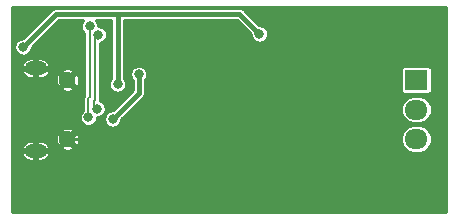
<source format=gbr>
G04 #@! TF.GenerationSoftware,KiCad,Pcbnew,(5.1.4-7-g8dd734fbd)*
G04 #@! TF.CreationDate,2019-09-01T10:21:26+03:00*
G04 #@! TF.ProjectId,usb1wireadapter,75736231-7769-4726-9561-646170746572,rev?*
G04 #@! TF.SameCoordinates,Original*
G04 #@! TF.FileFunction,Copper,L2,Bot*
G04 #@! TF.FilePolarity,Positive*
%FSLAX46Y46*%
G04 Gerber Fmt 4.6, Leading zero omitted, Abs format (unit mm)*
G04 Created by KiCad (PCBNEW (5.1.4-7-g8dd734fbd)) date 2019-09-01 10:21:26*
%MOMM*%
%LPD*%
G04 APERTURE LIST*
%ADD10C,1.450000*%
%ADD11O,1.900000X1.200000*%
%ADD12R,1.950000X1.700000*%
%ADD13O,1.950000X1.700000*%
%ADD14C,0.800000*%
%ADD15C,0.400000*%
%ADD16C,0.250000*%
%ADD17C,0.200000*%
%ADD18C,0.254000*%
G04 APERTURE END LIST*
D10*
X98362500Y-68600000D03*
X98362500Y-73600000D03*
D11*
X95662500Y-67600000D03*
X95662500Y-74600000D03*
D12*
X127900000Y-68600000D03*
D13*
X127900000Y-71100000D03*
X127900000Y-73600000D03*
D14*
X102600000Y-68950000D03*
X114599992Y-64700000D03*
X94600000Y-65800000D03*
X103900000Y-72200000D03*
X108700000Y-66700000D03*
X123000000Y-65800000D03*
X94600000Y-64200000D03*
X106200000Y-64100000D03*
X104400000Y-68100000D03*
X102200000Y-71900000D03*
X100228768Y-64028768D03*
X100128768Y-71771232D03*
X100971232Y-64771232D03*
X100871232Y-71028768D03*
D15*
X97400000Y-63000000D02*
X94600000Y-65800000D01*
X102600000Y-68950000D02*
X102600000Y-63000000D01*
X102600000Y-63000000D02*
X97400000Y-63000000D01*
X112899992Y-63000000D02*
X114599992Y-64700000D01*
X102600000Y-63000000D02*
X112899992Y-63000000D01*
D16*
X108700000Y-66700000D02*
X108700000Y-73600000D01*
X98362500Y-73600000D02*
X103900000Y-73600000D01*
X103900000Y-73600000D02*
X103900000Y-72200000D01*
X103900000Y-73600000D02*
X108700000Y-73600000D01*
X115200000Y-73600000D02*
X123000000Y-65800000D01*
X108700000Y-73600000D02*
X115200000Y-73600000D01*
X108700000Y-65100000D02*
X108700000Y-66700000D01*
X107700000Y-64100000D02*
X106200000Y-64100000D01*
X108700000Y-65100000D02*
X107700000Y-64100000D01*
D15*
X104400000Y-69700000D02*
X102200000Y-71900000D01*
X104400000Y-68100000D02*
X104400000Y-69700000D01*
D17*
X100128768Y-70164473D02*
X100128768Y-71771232D01*
X100228768Y-70064473D02*
X100128768Y-70164473D01*
X100228768Y-64028768D02*
X100228768Y-70064473D01*
X100678768Y-65063696D02*
X100678768Y-70250873D01*
X100971232Y-64771232D02*
X100678768Y-65063696D01*
X100678768Y-70250873D02*
X100578768Y-70350873D01*
X100578768Y-70350873D02*
X100578768Y-70736304D01*
X100578768Y-70736304D02*
X100871232Y-71028768D01*
D18*
G36*
X130398001Y-79798000D02*
G01*
X93702000Y-79798000D01*
X93702000Y-74857546D01*
X94498260Y-74857546D01*
X94531868Y-74968860D01*
X94618829Y-75114066D01*
X94732447Y-75239517D01*
X94868356Y-75340392D01*
X95021333Y-75412814D01*
X95185500Y-75454000D01*
X95535500Y-75454000D01*
X95535500Y-74727000D01*
X95789500Y-74727000D01*
X95789500Y-75454000D01*
X96139500Y-75454000D01*
X96303667Y-75412814D01*
X96456644Y-75340392D01*
X96592553Y-75239517D01*
X96706171Y-75114066D01*
X96793132Y-74968860D01*
X96826740Y-74857546D01*
X96792732Y-74727000D01*
X95789500Y-74727000D01*
X95535500Y-74727000D01*
X94532268Y-74727000D01*
X94498260Y-74857546D01*
X93702000Y-74857546D01*
X93702000Y-74342454D01*
X94498260Y-74342454D01*
X94532268Y-74473000D01*
X95535500Y-74473000D01*
X95535500Y-73746000D01*
X95789500Y-73746000D01*
X95789500Y-74473000D01*
X96792732Y-74473000D01*
X96826740Y-74342454D01*
X96824273Y-74334282D01*
X97807824Y-74334282D01*
X97891858Y-74463849D01*
X98069429Y-74539068D01*
X98258263Y-74578200D01*
X98451103Y-74579739D01*
X98640538Y-74543628D01*
X98819288Y-74471253D01*
X98833142Y-74463849D01*
X98917176Y-74334282D01*
X98362500Y-73779605D01*
X97807824Y-74334282D01*
X96824273Y-74334282D01*
X96793132Y-74231140D01*
X96706171Y-74085934D01*
X96592553Y-73960483D01*
X96456644Y-73859608D01*
X96303667Y-73787186D01*
X96139500Y-73746000D01*
X95789500Y-73746000D01*
X95535500Y-73746000D01*
X95185500Y-73746000D01*
X95021333Y-73787186D01*
X94868356Y-73859608D01*
X94732447Y-73960483D01*
X94618829Y-74085934D01*
X94531868Y-74231140D01*
X94498260Y-74342454D01*
X93702000Y-74342454D01*
X93702000Y-73688603D01*
X97382761Y-73688603D01*
X97418872Y-73878038D01*
X97491247Y-74056788D01*
X97498651Y-74070642D01*
X97628218Y-74154676D01*
X98182895Y-73600000D01*
X98542105Y-73600000D01*
X99096782Y-74154676D01*
X99226349Y-74070642D01*
X99301568Y-73893071D01*
X99340700Y-73704237D01*
X99341531Y-73600000D01*
X126592306Y-73600000D01*
X126615031Y-73830732D01*
X126682333Y-74052597D01*
X126791626Y-74257070D01*
X126938709Y-74436291D01*
X127117930Y-74583374D01*
X127322403Y-74692667D01*
X127544268Y-74759969D01*
X127717188Y-74777000D01*
X128082812Y-74777000D01*
X128255732Y-74759969D01*
X128477597Y-74692667D01*
X128682070Y-74583374D01*
X128861291Y-74436291D01*
X129008374Y-74257070D01*
X129117667Y-74052597D01*
X129184969Y-73830732D01*
X129207694Y-73600000D01*
X129184969Y-73369268D01*
X129117667Y-73147403D01*
X129008374Y-72942930D01*
X128861291Y-72763709D01*
X128682070Y-72616626D01*
X128477597Y-72507333D01*
X128255732Y-72440031D01*
X128082812Y-72423000D01*
X127717188Y-72423000D01*
X127544268Y-72440031D01*
X127322403Y-72507333D01*
X127117930Y-72616626D01*
X126938709Y-72763709D01*
X126791626Y-72942930D01*
X126682333Y-73147403D01*
X126615031Y-73369268D01*
X126592306Y-73600000D01*
X99341531Y-73600000D01*
X99342239Y-73511397D01*
X99306128Y-73321962D01*
X99233753Y-73143212D01*
X99226349Y-73129358D01*
X99096782Y-73045324D01*
X98542105Y-73600000D01*
X98182895Y-73600000D01*
X97628218Y-73045324D01*
X97498651Y-73129358D01*
X97423432Y-73306929D01*
X97384300Y-73495763D01*
X97382761Y-73688603D01*
X93702000Y-73688603D01*
X93702000Y-72865718D01*
X97807824Y-72865718D01*
X98362500Y-73420395D01*
X98917176Y-72865718D01*
X98833142Y-72736151D01*
X98655571Y-72660932D01*
X98466737Y-72621800D01*
X98273897Y-72620261D01*
X98084462Y-72656372D01*
X97905712Y-72728747D01*
X97891858Y-72736151D01*
X97807824Y-72865718D01*
X93702000Y-72865718D01*
X93702000Y-69334282D01*
X97807824Y-69334282D01*
X97891858Y-69463849D01*
X98069429Y-69539068D01*
X98258263Y-69578200D01*
X98451103Y-69579739D01*
X98640538Y-69543628D01*
X98819288Y-69471253D01*
X98833142Y-69463849D01*
X98917176Y-69334282D01*
X98362500Y-68779605D01*
X97807824Y-69334282D01*
X93702000Y-69334282D01*
X93702000Y-68688603D01*
X97382761Y-68688603D01*
X97418872Y-68878038D01*
X97491247Y-69056788D01*
X97498651Y-69070642D01*
X97628218Y-69154676D01*
X98182895Y-68600000D01*
X98542105Y-68600000D01*
X99096782Y-69154676D01*
X99226349Y-69070642D01*
X99301568Y-68893071D01*
X99340700Y-68704237D01*
X99342239Y-68511397D01*
X99306128Y-68321962D01*
X99233753Y-68143212D01*
X99226349Y-68129358D01*
X99096782Y-68045324D01*
X98542105Y-68600000D01*
X98182895Y-68600000D01*
X97628218Y-68045324D01*
X97498651Y-68129358D01*
X97423432Y-68306929D01*
X97384300Y-68495763D01*
X97382761Y-68688603D01*
X93702000Y-68688603D01*
X93702000Y-67857546D01*
X94498260Y-67857546D01*
X94531868Y-67968860D01*
X94618829Y-68114066D01*
X94732447Y-68239517D01*
X94868356Y-68340392D01*
X95021333Y-68412814D01*
X95185500Y-68454000D01*
X95535500Y-68454000D01*
X95535500Y-67727000D01*
X95789500Y-67727000D01*
X95789500Y-68454000D01*
X96139500Y-68454000D01*
X96303667Y-68412814D01*
X96456644Y-68340392D01*
X96592553Y-68239517D01*
X96706171Y-68114066D01*
X96793132Y-67968860D01*
X96824272Y-67865718D01*
X97807824Y-67865718D01*
X98362500Y-68420395D01*
X98917176Y-67865718D01*
X98833142Y-67736151D01*
X98655571Y-67660932D01*
X98466737Y-67621800D01*
X98273897Y-67620261D01*
X98084462Y-67656372D01*
X97905712Y-67728747D01*
X97891858Y-67736151D01*
X97807824Y-67865718D01*
X96824272Y-67865718D01*
X96826740Y-67857546D01*
X96792732Y-67727000D01*
X95789500Y-67727000D01*
X95535500Y-67727000D01*
X94532268Y-67727000D01*
X94498260Y-67857546D01*
X93702000Y-67857546D01*
X93702000Y-67342454D01*
X94498260Y-67342454D01*
X94532268Y-67473000D01*
X95535500Y-67473000D01*
X95535500Y-66746000D01*
X95789500Y-66746000D01*
X95789500Y-67473000D01*
X96792732Y-67473000D01*
X96826740Y-67342454D01*
X96793132Y-67231140D01*
X96706171Y-67085934D01*
X96592553Y-66960483D01*
X96456644Y-66859608D01*
X96303667Y-66787186D01*
X96139500Y-66746000D01*
X95789500Y-66746000D01*
X95535500Y-66746000D01*
X95185500Y-66746000D01*
X95021333Y-66787186D01*
X94868356Y-66859608D01*
X94732447Y-66960483D01*
X94618829Y-67085934D01*
X94531868Y-67231140D01*
X94498260Y-67342454D01*
X93702000Y-67342454D01*
X93702000Y-65728397D01*
X93873000Y-65728397D01*
X93873000Y-65871603D01*
X93900938Y-66012058D01*
X93955741Y-66144364D01*
X94035302Y-66263436D01*
X94136564Y-66364698D01*
X94255636Y-66444259D01*
X94387942Y-66499062D01*
X94528397Y-66527000D01*
X94671603Y-66527000D01*
X94812058Y-66499062D01*
X94944364Y-66444259D01*
X95063436Y-66364698D01*
X95164698Y-66263436D01*
X95244259Y-66144364D01*
X95299062Y-66012058D01*
X95327000Y-65871603D01*
X95327000Y-65818289D01*
X97618290Y-63527000D01*
X99702402Y-63527000D01*
X99664070Y-63565332D01*
X99584509Y-63684404D01*
X99529706Y-63816710D01*
X99501768Y-63957165D01*
X99501768Y-64100371D01*
X99529706Y-64240826D01*
X99584509Y-64373132D01*
X99664070Y-64492204D01*
X99765332Y-64593466D01*
X99801768Y-64617812D01*
X99801769Y-69889839D01*
X99772013Y-69926097D01*
X99760585Y-69947478D01*
X99732363Y-70000278D01*
X99707946Y-70080767D01*
X99701768Y-70143496D01*
X99701768Y-70143506D01*
X99699703Y-70164473D01*
X99701768Y-70185440D01*
X99701769Y-71182188D01*
X99665332Y-71206534D01*
X99564070Y-71307796D01*
X99484509Y-71426868D01*
X99429706Y-71559174D01*
X99401768Y-71699629D01*
X99401768Y-71842835D01*
X99429706Y-71983290D01*
X99484509Y-72115596D01*
X99564070Y-72234668D01*
X99665332Y-72335930D01*
X99784404Y-72415491D01*
X99916710Y-72470294D01*
X100057165Y-72498232D01*
X100200371Y-72498232D01*
X100340826Y-72470294D01*
X100473132Y-72415491D01*
X100592204Y-72335930D01*
X100693466Y-72234668D01*
X100773027Y-72115596D01*
X100827830Y-71983290D01*
X100855768Y-71842835D01*
X100855768Y-71828397D01*
X101473000Y-71828397D01*
X101473000Y-71971603D01*
X101500938Y-72112058D01*
X101555741Y-72244364D01*
X101635302Y-72363436D01*
X101736564Y-72464698D01*
X101855636Y-72544259D01*
X101987942Y-72599062D01*
X102128397Y-72627000D01*
X102271603Y-72627000D01*
X102412058Y-72599062D01*
X102544364Y-72544259D01*
X102663436Y-72464698D01*
X102764698Y-72363436D01*
X102844259Y-72244364D01*
X102899062Y-72112058D01*
X102927000Y-71971603D01*
X102927000Y-71918289D01*
X103745289Y-71100000D01*
X126592306Y-71100000D01*
X126615031Y-71330732D01*
X126682333Y-71552597D01*
X126791626Y-71757070D01*
X126938709Y-71936291D01*
X127117930Y-72083374D01*
X127322403Y-72192667D01*
X127544268Y-72259969D01*
X127717188Y-72277000D01*
X128082812Y-72277000D01*
X128255732Y-72259969D01*
X128477597Y-72192667D01*
X128682070Y-72083374D01*
X128861291Y-71936291D01*
X129008374Y-71757070D01*
X129117667Y-71552597D01*
X129184969Y-71330732D01*
X129207694Y-71100000D01*
X129184969Y-70869268D01*
X129117667Y-70647403D01*
X129008374Y-70442930D01*
X128861291Y-70263709D01*
X128682070Y-70116626D01*
X128477597Y-70007333D01*
X128255732Y-69940031D01*
X128082812Y-69923000D01*
X127717188Y-69923000D01*
X127544268Y-69940031D01*
X127322403Y-70007333D01*
X127117930Y-70116626D01*
X126938709Y-70263709D01*
X126791626Y-70442930D01*
X126682333Y-70647403D01*
X126615031Y-70869268D01*
X126592306Y-71100000D01*
X103745289Y-71100000D01*
X104754344Y-70090946D01*
X104774448Y-70074448D01*
X104840304Y-69994202D01*
X104889239Y-69902650D01*
X104919374Y-69803310D01*
X104927000Y-69725881D01*
X104929549Y-69700000D01*
X104927000Y-69674119D01*
X104927000Y-68601134D01*
X104964698Y-68563436D01*
X105044259Y-68444364D01*
X105099062Y-68312058D01*
X105127000Y-68171603D01*
X105127000Y-68028397D01*
X105099062Y-67887942D01*
X105044259Y-67755636D01*
X105040494Y-67750000D01*
X126596418Y-67750000D01*
X126596418Y-69450000D01*
X126602732Y-69514103D01*
X126621430Y-69575743D01*
X126651794Y-69632550D01*
X126692657Y-69682343D01*
X126742450Y-69723206D01*
X126799257Y-69753570D01*
X126860897Y-69772268D01*
X126925000Y-69778582D01*
X128875000Y-69778582D01*
X128939103Y-69772268D01*
X129000743Y-69753570D01*
X129057550Y-69723206D01*
X129107343Y-69682343D01*
X129148206Y-69632550D01*
X129178570Y-69575743D01*
X129197268Y-69514103D01*
X129203582Y-69450000D01*
X129203582Y-67750000D01*
X129197268Y-67685897D01*
X129178570Y-67624257D01*
X129148206Y-67567450D01*
X129107343Y-67517657D01*
X129057550Y-67476794D01*
X129000743Y-67446430D01*
X128939103Y-67427732D01*
X128875000Y-67421418D01*
X126925000Y-67421418D01*
X126860897Y-67427732D01*
X126799257Y-67446430D01*
X126742450Y-67476794D01*
X126692657Y-67517657D01*
X126651794Y-67567450D01*
X126621430Y-67624257D01*
X126602732Y-67685897D01*
X126596418Y-67750000D01*
X105040494Y-67750000D01*
X104964698Y-67636564D01*
X104863436Y-67535302D01*
X104744364Y-67455741D01*
X104612058Y-67400938D01*
X104471603Y-67373000D01*
X104328397Y-67373000D01*
X104187942Y-67400938D01*
X104055636Y-67455741D01*
X103936564Y-67535302D01*
X103835302Y-67636564D01*
X103755741Y-67755636D01*
X103700938Y-67887942D01*
X103673000Y-68028397D01*
X103673000Y-68171603D01*
X103700938Y-68312058D01*
X103755741Y-68444364D01*
X103835302Y-68563436D01*
X103873000Y-68601134D01*
X103873001Y-69481708D01*
X102181711Y-71173000D01*
X102128397Y-71173000D01*
X101987942Y-71200938D01*
X101855636Y-71255741D01*
X101736564Y-71335302D01*
X101635302Y-71436564D01*
X101555741Y-71555636D01*
X101500938Y-71687942D01*
X101473000Y-71828397D01*
X100855768Y-71828397D01*
X100855768Y-71755768D01*
X100942835Y-71755768D01*
X101083290Y-71727830D01*
X101215596Y-71673027D01*
X101334668Y-71593466D01*
X101435930Y-71492204D01*
X101515491Y-71373132D01*
X101570294Y-71240826D01*
X101598232Y-71100371D01*
X101598232Y-70957165D01*
X101570294Y-70816710D01*
X101515491Y-70684404D01*
X101435930Y-70565332D01*
X101334668Y-70464070D01*
X101215596Y-70384509D01*
X101099084Y-70336248D01*
X101099590Y-70334580D01*
X101105768Y-70271851D01*
X101105768Y-70271839D01*
X101107833Y-70250874D01*
X101105768Y-70229909D01*
X101105768Y-65485714D01*
X101183290Y-65470294D01*
X101315596Y-65415491D01*
X101434668Y-65335930D01*
X101535930Y-65234668D01*
X101615491Y-65115596D01*
X101670294Y-64983290D01*
X101698232Y-64842835D01*
X101698232Y-64699629D01*
X101670294Y-64559174D01*
X101615491Y-64426868D01*
X101535930Y-64307796D01*
X101434668Y-64206534D01*
X101315596Y-64126973D01*
X101183290Y-64072170D01*
X101042835Y-64044232D01*
X100955768Y-64044232D01*
X100955768Y-63957165D01*
X100927830Y-63816710D01*
X100873027Y-63684404D01*
X100793466Y-63565332D01*
X100755134Y-63527000D01*
X102073001Y-63527000D01*
X102073000Y-68448866D01*
X102035302Y-68486564D01*
X101955741Y-68605636D01*
X101900938Y-68737942D01*
X101873000Y-68878397D01*
X101873000Y-69021603D01*
X101900938Y-69162058D01*
X101955741Y-69294364D01*
X102035302Y-69413436D01*
X102136564Y-69514698D01*
X102255636Y-69594259D01*
X102387942Y-69649062D01*
X102528397Y-69677000D01*
X102671603Y-69677000D01*
X102812058Y-69649062D01*
X102944364Y-69594259D01*
X103063436Y-69514698D01*
X103164698Y-69413436D01*
X103244259Y-69294364D01*
X103299062Y-69162058D01*
X103327000Y-69021603D01*
X103327000Y-68878397D01*
X103299062Y-68737942D01*
X103244259Y-68605636D01*
X103164698Y-68486564D01*
X103127000Y-68448866D01*
X103127000Y-63527000D01*
X112681703Y-63527000D01*
X113872992Y-64718290D01*
X113872992Y-64771603D01*
X113900930Y-64912058D01*
X113955733Y-65044364D01*
X114035294Y-65163436D01*
X114136556Y-65264698D01*
X114255628Y-65344259D01*
X114387934Y-65399062D01*
X114528389Y-65427000D01*
X114671595Y-65427000D01*
X114812050Y-65399062D01*
X114944356Y-65344259D01*
X115063428Y-65264698D01*
X115164690Y-65163436D01*
X115244251Y-65044364D01*
X115299054Y-64912058D01*
X115326992Y-64771603D01*
X115326992Y-64628397D01*
X115299054Y-64487942D01*
X115244251Y-64355636D01*
X115164690Y-64236564D01*
X115063428Y-64135302D01*
X114944356Y-64055741D01*
X114812050Y-64000938D01*
X114671595Y-63973000D01*
X114618282Y-63973000D01*
X113290947Y-62645666D01*
X113274440Y-62625552D01*
X113194194Y-62559696D01*
X113102642Y-62510761D01*
X113003302Y-62480626D01*
X112925873Y-62473000D01*
X112899992Y-62470451D01*
X112874111Y-62473000D01*
X102625881Y-62473000D01*
X102600000Y-62470451D01*
X102574119Y-62473000D01*
X97425881Y-62473000D01*
X97400000Y-62470451D01*
X97374119Y-62473000D01*
X97296690Y-62480626D01*
X97197350Y-62510761D01*
X97105798Y-62559696D01*
X97025552Y-62625552D01*
X97009049Y-62645661D01*
X94581711Y-65073000D01*
X94528397Y-65073000D01*
X94387942Y-65100938D01*
X94255636Y-65155741D01*
X94136564Y-65235302D01*
X94035302Y-65336564D01*
X93955741Y-65455636D01*
X93900938Y-65587942D01*
X93873000Y-65728397D01*
X93702000Y-65728397D01*
X93702000Y-62402000D01*
X130398000Y-62402000D01*
X130398001Y-79798000D01*
X130398001Y-79798000D01*
G37*
X130398001Y-79798000D02*
X93702000Y-79798000D01*
X93702000Y-74857546D01*
X94498260Y-74857546D01*
X94531868Y-74968860D01*
X94618829Y-75114066D01*
X94732447Y-75239517D01*
X94868356Y-75340392D01*
X95021333Y-75412814D01*
X95185500Y-75454000D01*
X95535500Y-75454000D01*
X95535500Y-74727000D01*
X95789500Y-74727000D01*
X95789500Y-75454000D01*
X96139500Y-75454000D01*
X96303667Y-75412814D01*
X96456644Y-75340392D01*
X96592553Y-75239517D01*
X96706171Y-75114066D01*
X96793132Y-74968860D01*
X96826740Y-74857546D01*
X96792732Y-74727000D01*
X95789500Y-74727000D01*
X95535500Y-74727000D01*
X94532268Y-74727000D01*
X94498260Y-74857546D01*
X93702000Y-74857546D01*
X93702000Y-74342454D01*
X94498260Y-74342454D01*
X94532268Y-74473000D01*
X95535500Y-74473000D01*
X95535500Y-73746000D01*
X95789500Y-73746000D01*
X95789500Y-74473000D01*
X96792732Y-74473000D01*
X96826740Y-74342454D01*
X96824273Y-74334282D01*
X97807824Y-74334282D01*
X97891858Y-74463849D01*
X98069429Y-74539068D01*
X98258263Y-74578200D01*
X98451103Y-74579739D01*
X98640538Y-74543628D01*
X98819288Y-74471253D01*
X98833142Y-74463849D01*
X98917176Y-74334282D01*
X98362500Y-73779605D01*
X97807824Y-74334282D01*
X96824273Y-74334282D01*
X96793132Y-74231140D01*
X96706171Y-74085934D01*
X96592553Y-73960483D01*
X96456644Y-73859608D01*
X96303667Y-73787186D01*
X96139500Y-73746000D01*
X95789500Y-73746000D01*
X95535500Y-73746000D01*
X95185500Y-73746000D01*
X95021333Y-73787186D01*
X94868356Y-73859608D01*
X94732447Y-73960483D01*
X94618829Y-74085934D01*
X94531868Y-74231140D01*
X94498260Y-74342454D01*
X93702000Y-74342454D01*
X93702000Y-73688603D01*
X97382761Y-73688603D01*
X97418872Y-73878038D01*
X97491247Y-74056788D01*
X97498651Y-74070642D01*
X97628218Y-74154676D01*
X98182895Y-73600000D01*
X98542105Y-73600000D01*
X99096782Y-74154676D01*
X99226349Y-74070642D01*
X99301568Y-73893071D01*
X99340700Y-73704237D01*
X99341531Y-73600000D01*
X126592306Y-73600000D01*
X126615031Y-73830732D01*
X126682333Y-74052597D01*
X126791626Y-74257070D01*
X126938709Y-74436291D01*
X127117930Y-74583374D01*
X127322403Y-74692667D01*
X127544268Y-74759969D01*
X127717188Y-74777000D01*
X128082812Y-74777000D01*
X128255732Y-74759969D01*
X128477597Y-74692667D01*
X128682070Y-74583374D01*
X128861291Y-74436291D01*
X129008374Y-74257070D01*
X129117667Y-74052597D01*
X129184969Y-73830732D01*
X129207694Y-73600000D01*
X129184969Y-73369268D01*
X129117667Y-73147403D01*
X129008374Y-72942930D01*
X128861291Y-72763709D01*
X128682070Y-72616626D01*
X128477597Y-72507333D01*
X128255732Y-72440031D01*
X128082812Y-72423000D01*
X127717188Y-72423000D01*
X127544268Y-72440031D01*
X127322403Y-72507333D01*
X127117930Y-72616626D01*
X126938709Y-72763709D01*
X126791626Y-72942930D01*
X126682333Y-73147403D01*
X126615031Y-73369268D01*
X126592306Y-73600000D01*
X99341531Y-73600000D01*
X99342239Y-73511397D01*
X99306128Y-73321962D01*
X99233753Y-73143212D01*
X99226349Y-73129358D01*
X99096782Y-73045324D01*
X98542105Y-73600000D01*
X98182895Y-73600000D01*
X97628218Y-73045324D01*
X97498651Y-73129358D01*
X97423432Y-73306929D01*
X97384300Y-73495763D01*
X97382761Y-73688603D01*
X93702000Y-73688603D01*
X93702000Y-72865718D01*
X97807824Y-72865718D01*
X98362500Y-73420395D01*
X98917176Y-72865718D01*
X98833142Y-72736151D01*
X98655571Y-72660932D01*
X98466737Y-72621800D01*
X98273897Y-72620261D01*
X98084462Y-72656372D01*
X97905712Y-72728747D01*
X97891858Y-72736151D01*
X97807824Y-72865718D01*
X93702000Y-72865718D01*
X93702000Y-69334282D01*
X97807824Y-69334282D01*
X97891858Y-69463849D01*
X98069429Y-69539068D01*
X98258263Y-69578200D01*
X98451103Y-69579739D01*
X98640538Y-69543628D01*
X98819288Y-69471253D01*
X98833142Y-69463849D01*
X98917176Y-69334282D01*
X98362500Y-68779605D01*
X97807824Y-69334282D01*
X93702000Y-69334282D01*
X93702000Y-68688603D01*
X97382761Y-68688603D01*
X97418872Y-68878038D01*
X97491247Y-69056788D01*
X97498651Y-69070642D01*
X97628218Y-69154676D01*
X98182895Y-68600000D01*
X98542105Y-68600000D01*
X99096782Y-69154676D01*
X99226349Y-69070642D01*
X99301568Y-68893071D01*
X99340700Y-68704237D01*
X99342239Y-68511397D01*
X99306128Y-68321962D01*
X99233753Y-68143212D01*
X99226349Y-68129358D01*
X99096782Y-68045324D01*
X98542105Y-68600000D01*
X98182895Y-68600000D01*
X97628218Y-68045324D01*
X97498651Y-68129358D01*
X97423432Y-68306929D01*
X97384300Y-68495763D01*
X97382761Y-68688603D01*
X93702000Y-68688603D01*
X93702000Y-67857546D01*
X94498260Y-67857546D01*
X94531868Y-67968860D01*
X94618829Y-68114066D01*
X94732447Y-68239517D01*
X94868356Y-68340392D01*
X95021333Y-68412814D01*
X95185500Y-68454000D01*
X95535500Y-68454000D01*
X95535500Y-67727000D01*
X95789500Y-67727000D01*
X95789500Y-68454000D01*
X96139500Y-68454000D01*
X96303667Y-68412814D01*
X96456644Y-68340392D01*
X96592553Y-68239517D01*
X96706171Y-68114066D01*
X96793132Y-67968860D01*
X96824272Y-67865718D01*
X97807824Y-67865718D01*
X98362500Y-68420395D01*
X98917176Y-67865718D01*
X98833142Y-67736151D01*
X98655571Y-67660932D01*
X98466737Y-67621800D01*
X98273897Y-67620261D01*
X98084462Y-67656372D01*
X97905712Y-67728747D01*
X97891858Y-67736151D01*
X97807824Y-67865718D01*
X96824272Y-67865718D01*
X96826740Y-67857546D01*
X96792732Y-67727000D01*
X95789500Y-67727000D01*
X95535500Y-67727000D01*
X94532268Y-67727000D01*
X94498260Y-67857546D01*
X93702000Y-67857546D01*
X93702000Y-67342454D01*
X94498260Y-67342454D01*
X94532268Y-67473000D01*
X95535500Y-67473000D01*
X95535500Y-66746000D01*
X95789500Y-66746000D01*
X95789500Y-67473000D01*
X96792732Y-67473000D01*
X96826740Y-67342454D01*
X96793132Y-67231140D01*
X96706171Y-67085934D01*
X96592553Y-66960483D01*
X96456644Y-66859608D01*
X96303667Y-66787186D01*
X96139500Y-66746000D01*
X95789500Y-66746000D01*
X95535500Y-66746000D01*
X95185500Y-66746000D01*
X95021333Y-66787186D01*
X94868356Y-66859608D01*
X94732447Y-66960483D01*
X94618829Y-67085934D01*
X94531868Y-67231140D01*
X94498260Y-67342454D01*
X93702000Y-67342454D01*
X93702000Y-65728397D01*
X93873000Y-65728397D01*
X93873000Y-65871603D01*
X93900938Y-66012058D01*
X93955741Y-66144364D01*
X94035302Y-66263436D01*
X94136564Y-66364698D01*
X94255636Y-66444259D01*
X94387942Y-66499062D01*
X94528397Y-66527000D01*
X94671603Y-66527000D01*
X94812058Y-66499062D01*
X94944364Y-66444259D01*
X95063436Y-66364698D01*
X95164698Y-66263436D01*
X95244259Y-66144364D01*
X95299062Y-66012058D01*
X95327000Y-65871603D01*
X95327000Y-65818289D01*
X97618290Y-63527000D01*
X99702402Y-63527000D01*
X99664070Y-63565332D01*
X99584509Y-63684404D01*
X99529706Y-63816710D01*
X99501768Y-63957165D01*
X99501768Y-64100371D01*
X99529706Y-64240826D01*
X99584509Y-64373132D01*
X99664070Y-64492204D01*
X99765332Y-64593466D01*
X99801768Y-64617812D01*
X99801769Y-69889839D01*
X99772013Y-69926097D01*
X99760585Y-69947478D01*
X99732363Y-70000278D01*
X99707946Y-70080767D01*
X99701768Y-70143496D01*
X99701768Y-70143506D01*
X99699703Y-70164473D01*
X99701768Y-70185440D01*
X99701769Y-71182188D01*
X99665332Y-71206534D01*
X99564070Y-71307796D01*
X99484509Y-71426868D01*
X99429706Y-71559174D01*
X99401768Y-71699629D01*
X99401768Y-71842835D01*
X99429706Y-71983290D01*
X99484509Y-72115596D01*
X99564070Y-72234668D01*
X99665332Y-72335930D01*
X99784404Y-72415491D01*
X99916710Y-72470294D01*
X100057165Y-72498232D01*
X100200371Y-72498232D01*
X100340826Y-72470294D01*
X100473132Y-72415491D01*
X100592204Y-72335930D01*
X100693466Y-72234668D01*
X100773027Y-72115596D01*
X100827830Y-71983290D01*
X100855768Y-71842835D01*
X100855768Y-71828397D01*
X101473000Y-71828397D01*
X101473000Y-71971603D01*
X101500938Y-72112058D01*
X101555741Y-72244364D01*
X101635302Y-72363436D01*
X101736564Y-72464698D01*
X101855636Y-72544259D01*
X101987942Y-72599062D01*
X102128397Y-72627000D01*
X102271603Y-72627000D01*
X102412058Y-72599062D01*
X102544364Y-72544259D01*
X102663436Y-72464698D01*
X102764698Y-72363436D01*
X102844259Y-72244364D01*
X102899062Y-72112058D01*
X102927000Y-71971603D01*
X102927000Y-71918289D01*
X103745289Y-71100000D01*
X126592306Y-71100000D01*
X126615031Y-71330732D01*
X126682333Y-71552597D01*
X126791626Y-71757070D01*
X126938709Y-71936291D01*
X127117930Y-72083374D01*
X127322403Y-72192667D01*
X127544268Y-72259969D01*
X127717188Y-72277000D01*
X128082812Y-72277000D01*
X128255732Y-72259969D01*
X128477597Y-72192667D01*
X128682070Y-72083374D01*
X128861291Y-71936291D01*
X129008374Y-71757070D01*
X129117667Y-71552597D01*
X129184969Y-71330732D01*
X129207694Y-71100000D01*
X129184969Y-70869268D01*
X129117667Y-70647403D01*
X129008374Y-70442930D01*
X128861291Y-70263709D01*
X128682070Y-70116626D01*
X128477597Y-70007333D01*
X128255732Y-69940031D01*
X128082812Y-69923000D01*
X127717188Y-69923000D01*
X127544268Y-69940031D01*
X127322403Y-70007333D01*
X127117930Y-70116626D01*
X126938709Y-70263709D01*
X126791626Y-70442930D01*
X126682333Y-70647403D01*
X126615031Y-70869268D01*
X126592306Y-71100000D01*
X103745289Y-71100000D01*
X104754344Y-70090946D01*
X104774448Y-70074448D01*
X104840304Y-69994202D01*
X104889239Y-69902650D01*
X104919374Y-69803310D01*
X104927000Y-69725881D01*
X104929549Y-69700000D01*
X104927000Y-69674119D01*
X104927000Y-68601134D01*
X104964698Y-68563436D01*
X105044259Y-68444364D01*
X105099062Y-68312058D01*
X105127000Y-68171603D01*
X105127000Y-68028397D01*
X105099062Y-67887942D01*
X105044259Y-67755636D01*
X105040494Y-67750000D01*
X126596418Y-67750000D01*
X126596418Y-69450000D01*
X126602732Y-69514103D01*
X126621430Y-69575743D01*
X126651794Y-69632550D01*
X126692657Y-69682343D01*
X126742450Y-69723206D01*
X126799257Y-69753570D01*
X126860897Y-69772268D01*
X126925000Y-69778582D01*
X128875000Y-69778582D01*
X128939103Y-69772268D01*
X129000743Y-69753570D01*
X129057550Y-69723206D01*
X129107343Y-69682343D01*
X129148206Y-69632550D01*
X129178570Y-69575743D01*
X129197268Y-69514103D01*
X129203582Y-69450000D01*
X129203582Y-67750000D01*
X129197268Y-67685897D01*
X129178570Y-67624257D01*
X129148206Y-67567450D01*
X129107343Y-67517657D01*
X129057550Y-67476794D01*
X129000743Y-67446430D01*
X128939103Y-67427732D01*
X128875000Y-67421418D01*
X126925000Y-67421418D01*
X126860897Y-67427732D01*
X126799257Y-67446430D01*
X126742450Y-67476794D01*
X126692657Y-67517657D01*
X126651794Y-67567450D01*
X126621430Y-67624257D01*
X126602732Y-67685897D01*
X126596418Y-67750000D01*
X105040494Y-67750000D01*
X104964698Y-67636564D01*
X104863436Y-67535302D01*
X104744364Y-67455741D01*
X104612058Y-67400938D01*
X104471603Y-67373000D01*
X104328397Y-67373000D01*
X104187942Y-67400938D01*
X104055636Y-67455741D01*
X103936564Y-67535302D01*
X103835302Y-67636564D01*
X103755741Y-67755636D01*
X103700938Y-67887942D01*
X103673000Y-68028397D01*
X103673000Y-68171603D01*
X103700938Y-68312058D01*
X103755741Y-68444364D01*
X103835302Y-68563436D01*
X103873000Y-68601134D01*
X103873001Y-69481708D01*
X102181711Y-71173000D01*
X102128397Y-71173000D01*
X101987942Y-71200938D01*
X101855636Y-71255741D01*
X101736564Y-71335302D01*
X101635302Y-71436564D01*
X101555741Y-71555636D01*
X101500938Y-71687942D01*
X101473000Y-71828397D01*
X100855768Y-71828397D01*
X100855768Y-71755768D01*
X100942835Y-71755768D01*
X101083290Y-71727830D01*
X101215596Y-71673027D01*
X101334668Y-71593466D01*
X101435930Y-71492204D01*
X101515491Y-71373132D01*
X101570294Y-71240826D01*
X101598232Y-71100371D01*
X101598232Y-70957165D01*
X101570294Y-70816710D01*
X101515491Y-70684404D01*
X101435930Y-70565332D01*
X101334668Y-70464070D01*
X101215596Y-70384509D01*
X101099084Y-70336248D01*
X101099590Y-70334580D01*
X101105768Y-70271851D01*
X101105768Y-70271839D01*
X101107833Y-70250874D01*
X101105768Y-70229909D01*
X101105768Y-65485714D01*
X101183290Y-65470294D01*
X101315596Y-65415491D01*
X101434668Y-65335930D01*
X101535930Y-65234668D01*
X101615491Y-65115596D01*
X101670294Y-64983290D01*
X101698232Y-64842835D01*
X101698232Y-64699629D01*
X101670294Y-64559174D01*
X101615491Y-64426868D01*
X101535930Y-64307796D01*
X101434668Y-64206534D01*
X101315596Y-64126973D01*
X101183290Y-64072170D01*
X101042835Y-64044232D01*
X100955768Y-64044232D01*
X100955768Y-63957165D01*
X100927830Y-63816710D01*
X100873027Y-63684404D01*
X100793466Y-63565332D01*
X100755134Y-63527000D01*
X102073001Y-63527000D01*
X102073000Y-68448866D01*
X102035302Y-68486564D01*
X101955741Y-68605636D01*
X101900938Y-68737942D01*
X101873000Y-68878397D01*
X101873000Y-69021603D01*
X101900938Y-69162058D01*
X101955741Y-69294364D01*
X102035302Y-69413436D01*
X102136564Y-69514698D01*
X102255636Y-69594259D01*
X102387942Y-69649062D01*
X102528397Y-69677000D01*
X102671603Y-69677000D01*
X102812058Y-69649062D01*
X102944364Y-69594259D01*
X103063436Y-69514698D01*
X103164698Y-69413436D01*
X103244259Y-69294364D01*
X103299062Y-69162058D01*
X103327000Y-69021603D01*
X103327000Y-68878397D01*
X103299062Y-68737942D01*
X103244259Y-68605636D01*
X103164698Y-68486564D01*
X103127000Y-68448866D01*
X103127000Y-63527000D01*
X112681703Y-63527000D01*
X113872992Y-64718290D01*
X113872992Y-64771603D01*
X113900930Y-64912058D01*
X113955733Y-65044364D01*
X114035294Y-65163436D01*
X114136556Y-65264698D01*
X114255628Y-65344259D01*
X114387934Y-65399062D01*
X114528389Y-65427000D01*
X114671595Y-65427000D01*
X114812050Y-65399062D01*
X114944356Y-65344259D01*
X115063428Y-65264698D01*
X115164690Y-65163436D01*
X115244251Y-65044364D01*
X115299054Y-64912058D01*
X115326992Y-64771603D01*
X115326992Y-64628397D01*
X115299054Y-64487942D01*
X115244251Y-64355636D01*
X115164690Y-64236564D01*
X115063428Y-64135302D01*
X114944356Y-64055741D01*
X114812050Y-64000938D01*
X114671595Y-63973000D01*
X114618282Y-63973000D01*
X113290947Y-62645666D01*
X113274440Y-62625552D01*
X113194194Y-62559696D01*
X113102642Y-62510761D01*
X113003302Y-62480626D01*
X112925873Y-62473000D01*
X112899992Y-62470451D01*
X112874111Y-62473000D01*
X102625881Y-62473000D01*
X102600000Y-62470451D01*
X102574119Y-62473000D01*
X97425881Y-62473000D01*
X97400000Y-62470451D01*
X97374119Y-62473000D01*
X97296690Y-62480626D01*
X97197350Y-62510761D01*
X97105798Y-62559696D01*
X97025552Y-62625552D01*
X97009049Y-62645661D01*
X94581711Y-65073000D01*
X94528397Y-65073000D01*
X94387942Y-65100938D01*
X94255636Y-65155741D01*
X94136564Y-65235302D01*
X94035302Y-65336564D01*
X93955741Y-65455636D01*
X93900938Y-65587942D01*
X93873000Y-65728397D01*
X93702000Y-65728397D01*
X93702000Y-62402000D01*
X130398000Y-62402000D01*
X130398001Y-79798000D01*
M02*

</source>
